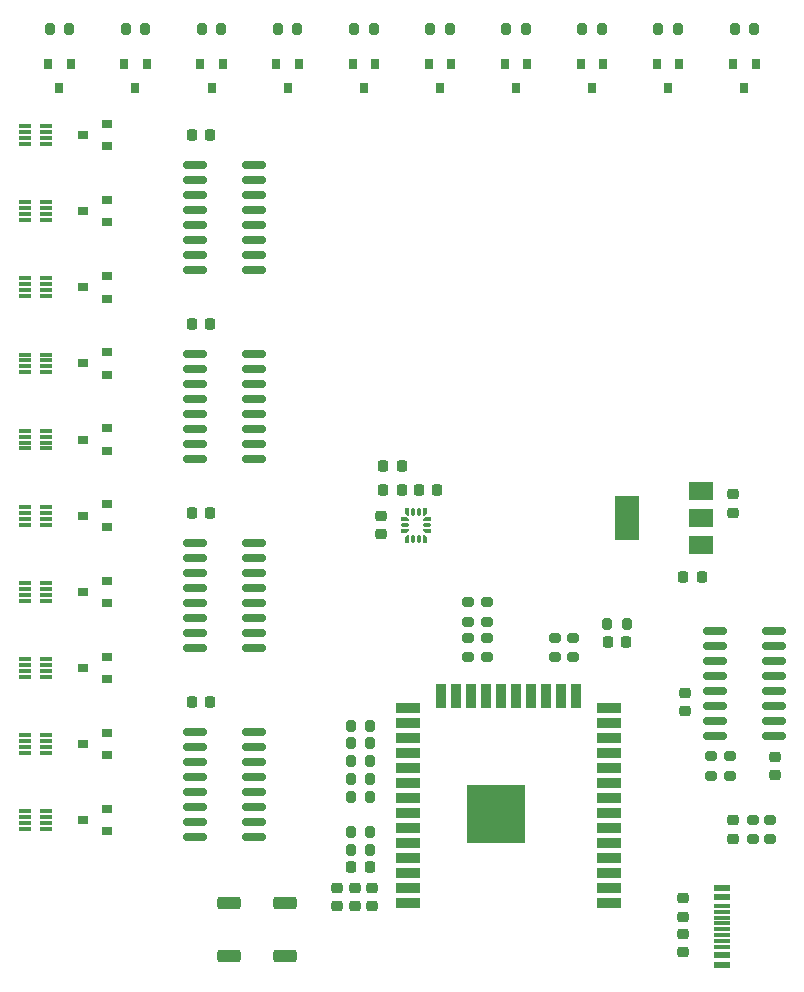
<source format=gbp>
G04 #@! TF.GenerationSoftware,KiCad,Pcbnew,(5.99.0-10847-g28909c1a72)*
G04 #@! TF.CreationDate,2021-06-06T12:58:15+02:00*
G04 #@! TF.ProjectId,LED_array,4c45445f-6172-4726-9179-2e6b69636164,1*
G04 #@! TF.SameCoordinates,Original*
G04 #@! TF.FileFunction,Paste,Bot*
G04 #@! TF.FilePolarity,Positive*
%FSLAX46Y46*%
G04 Gerber Fmt 4.6, Leading zero omitted, Abs format (unit mm)*
G04 Created by KiCad (PCBNEW (5.99.0-10847-g28909c1a72)) date 2021-06-06 12:58:15*
%MOMM*%
%LPD*%
G01*
G04 APERTURE LIST*
G04 Aperture macros list*
%AMRoundRect*
0 Rectangle with rounded corners*
0 $1 Rounding radius*
0 $2 $3 $4 $5 $6 $7 $8 $9 X,Y pos of 4 corners*
0 Add a 4 corners polygon primitive as box body*
4,1,4,$2,$3,$4,$5,$6,$7,$8,$9,$2,$3,0*
0 Add four circle primitives for the rounded corners*
1,1,$1+$1,$2,$3*
1,1,$1+$1,$4,$5*
1,1,$1+$1,$6,$7*
1,1,$1+$1,$8,$9*
0 Add four rect primitives between the rounded corners*
20,1,$1+$1,$2,$3,$4,$5,0*
20,1,$1+$1,$4,$5,$6,$7,0*
20,1,$1+$1,$6,$7,$8,$9,0*
20,1,$1+$1,$8,$9,$2,$3,0*%
%AMFreePoly0*
4,1,48,0.247242,0.198282,0.250524,0.198861,0.253410,0.197195,0.263152,0.195477,0.278079,0.182951,0.294953,0.173209,0.297267,0.166850,0.302452,0.162500,0.305836,0.143309,0.312500,0.125000,0.312500,0.081066,0.311691,0.076480,0.312214,0.074529,0.310820,0.071540,0.307977,0.055414,0.297452,0.042871,0.290533,0.028033,0.084467,-0.178033,0.080653,-0.180703,0.079643,-0.182453,
0.076543,-0.183581,0.063130,-0.192973,0.046819,-0.194400,0.031434,-0.200000,-0.237500,-0.200000,-0.247242,-0.198282,-0.250524,-0.198861,-0.253410,-0.197195,-0.263152,-0.195477,-0.278079,-0.182951,-0.294953,-0.173209,-0.297267,-0.166850,-0.302452,-0.162500,-0.305836,-0.143309,-0.312500,-0.125000,-0.312500,0.125000,-0.310782,0.134742,-0.311361,0.138024,-0.309695,0.140910,-0.307977,0.150652,
-0.295451,0.165579,-0.285709,0.182453,-0.279350,0.184767,-0.275000,0.189952,-0.255809,0.193336,-0.237500,0.200000,0.237500,0.200000,0.247242,0.198282,0.247242,0.198282,$1*%
%AMFreePoly1*
4,1,48,0.036020,0.199191,0.037970,0.199714,0.040958,0.198321,0.057086,0.195477,0.069630,0.184951,0.084467,0.178033,0.290533,-0.028033,0.293203,-0.031847,0.294953,-0.032857,0.296081,-0.035957,0.305473,-0.049370,0.306900,-0.065680,0.312500,-0.081066,0.312500,-0.125000,0.310782,-0.134742,0.311361,-0.138024,0.309695,-0.140910,0.307977,-0.150652,0.295451,-0.165579,0.285709,-0.182453,
0.279350,-0.184767,0.275000,-0.189952,0.255809,-0.193336,0.237500,-0.200000,-0.237500,-0.200000,-0.247242,-0.198282,-0.250524,-0.198861,-0.253410,-0.197195,-0.263152,-0.195477,-0.278079,-0.182951,-0.294953,-0.173209,-0.297267,-0.166850,-0.302452,-0.162500,-0.305836,-0.143309,-0.312500,-0.125000,-0.312500,0.125000,-0.310782,0.134742,-0.311361,0.138024,-0.309695,0.140910,-0.307977,0.150652,
-0.295451,0.165579,-0.285709,0.182453,-0.279350,0.184767,-0.275000,0.189952,-0.255809,0.193336,-0.237500,0.200000,0.031434,0.200000,0.036020,0.199191,0.036020,0.199191,$1*%
%AMFreePoly2*
4,1,48,0.134742,0.310782,0.138024,0.311361,0.140910,0.309695,0.150652,0.307977,0.165579,0.295451,0.182453,0.285709,0.184767,0.279350,0.189952,0.275000,0.193336,0.255809,0.200000,0.237500,0.200000,-0.237500,0.198282,-0.247242,0.198861,-0.250524,0.197195,-0.253410,0.195477,-0.263152,0.182951,-0.278079,0.173209,-0.294953,0.166850,-0.297267,0.162500,-0.302452,0.143309,-0.305836,
0.125000,-0.312500,0.081066,-0.312500,0.076480,-0.311691,0.074529,-0.312214,0.071540,-0.310820,0.055414,-0.307977,0.042871,-0.297452,0.028033,-0.290533,-0.178033,-0.084467,-0.180703,-0.080653,-0.182453,-0.079643,-0.183581,-0.076543,-0.192973,-0.063130,-0.194400,-0.046819,-0.200000,-0.031434,-0.200000,0.237500,-0.198282,0.247242,-0.198861,0.250524,-0.197195,0.253410,-0.195477,0.263152,
-0.182951,0.278079,-0.173209,0.294953,-0.166850,0.297267,-0.162500,0.302452,-0.143309,0.305836,-0.125000,0.312500,0.125000,0.312500,0.134742,0.310782,0.134742,0.310782,$1*%
%AMFreePoly3*
4,1,48,0.134742,0.310782,0.138024,0.311361,0.140910,0.309695,0.150652,0.307977,0.165579,0.295451,0.182453,0.285709,0.184767,0.279350,0.189952,0.275000,0.193336,0.255809,0.200000,0.237500,0.200000,-0.031434,0.199191,-0.036020,0.199714,-0.037971,0.198320,-0.040960,0.195477,-0.057086,0.184952,-0.069629,0.178033,-0.084467,-0.028033,-0.290533,-0.031847,-0.293203,-0.032857,-0.294953,
-0.035957,-0.296081,-0.049370,-0.305473,-0.065681,-0.306900,-0.081066,-0.312500,-0.125000,-0.312500,-0.134742,-0.310782,-0.138024,-0.311361,-0.140910,-0.309695,-0.150652,-0.307977,-0.165579,-0.295451,-0.182453,-0.285709,-0.184767,-0.279350,-0.189952,-0.275000,-0.193336,-0.255809,-0.200000,-0.237500,-0.200000,0.237500,-0.198282,0.247242,-0.198861,0.250524,-0.197195,0.253410,-0.195477,0.263152,
-0.182951,0.278079,-0.173209,0.294953,-0.166850,0.297267,-0.162500,0.302452,-0.143309,0.305836,-0.125000,0.312500,0.125000,0.312500,0.134742,0.310782,0.134742,0.310782,$1*%
%AMFreePoly4*
4,1,48,0.247242,0.198282,0.250524,0.198861,0.253410,0.197195,0.263152,0.195477,0.278079,0.182951,0.294953,0.173209,0.297267,0.166850,0.302452,0.162500,0.305836,0.143309,0.312500,0.125000,0.312500,-0.125000,0.310782,-0.134742,0.311361,-0.138024,0.309695,-0.140910,0.307977,-0.150652,0.295451,-0.165579,0.285709,-0.182453,0.279350,-0.184767,0.275000,-0.189952,0.255809,-0.193336,
0.237500,-0.200000,-0.237500,-0.200000,-0.247242,-0.198282,-0.250524,-0.198861,-0.253410,-0.197195,-0.263152,-0.195477,-0.278079,-0.182951,-0.294953,-0.173209,-0.297267,-0.166850,-0.302452,-0.162500,-0.305836,-0.143309,-0.312500,-0.125000,-0.312500,-0.081066,-0.311691,-0.076480,-0.312214,-0.074530,-0.310821,-0.071542,-0.307977,-0.055414,-0.297451,-0.042870,-0.290533,-0.028033,-0.084467,0.178033,
-0.080653,0.180703,-0.079643,0.182453,-0.076543,0.183581,-0.063130,0.192973,-0.046820,0.194400,-0.031434,0.200000,0.237500,0.200000,0.247242,0.198282,0.247242,0.198282,$1*%
%AMFreePoly5*
4,1,48,0.247242,0.198282,0.250524,0.198861,0.253410,0.197195,0.263152,0.195477,0.278079,0.182951,0.294953,0.173209,0.297267,0.166850,0.302452,0.162500,0.305836,0.143309,0.312500,0.125000,0.312500,-0.125000,0.310782,-0.134742,0.311361,-0.138024,0.309695,-0.140910,0.307977,-0.150652,0.295451,-0.165579,0.285709,-0.182453,0.279350,-0.184767,0.275000,-0.189952,0.255809,-0.193336,
0.237500,-0.200000,-0.031434,-0.200000,-0.036020,-0.199191,-0.037971,-0.199714,-0.040960,-0.198320,-0.057086,-0.195477,-0.069629,-0.184952,-0.084467,-0.178033,-0.290533,0.028033,-0.293203,0.031847,-0.294953,0.032857,-0.296081,0.035957,-0.305473,0.049370,-0.306900,0.065681,-0.312500,0.081066,-0.312500,0.125000,-0.310782,0.134742,-0.311361,0.138024,-0.309695,0.140910,-0.307977,0.150652,
-0.295451,0.165579,-0.285709,0.182453,-0.279350,0.184767,-0.275000,0.189952,-0.255809,0.193336,-0.237500,0.200000,0.237500,0.200000,0.247242,0.198282,0.247242,0.198282,$1*%
%AMFreePoly6*
4,1,48,-0.076480,0.311691,-0.074530,0.312214,-0.071542,0.310821,-0.055414,0.307977,-0.042870,0.297451,-0.028033,0.290533,0.178033,0.084467,0.180703,0.080653,0.182453,0.079643,0.183581,0.076543,0.192973,0.063130,0.194400,0.046820,0.200000,0.031434,0.200000,-0.237500,0.198282,-0.247242,0.198861,-0.250524,0.197195,-0.253410,0.195477,-0.263152,0.182951,-0.278079,0.173209,-0.294953,
0.166850,-0.297267,0.162500,-0.302452,0.143309,-0.305836,0.125000,-0.312500,-0.125000,-0.312500,-0.134742,-0.310782,-0.138024,-0.311361,-0.140910,-0.309695,-0.150652,-0.307977,-0.165579,-0.295451,-0.182453,-0.285709,-0.184767,-0.279350,-0.189952,-0.275000,-0.193336,-0.255809,-0.200000,-0.237500,-0.200000,0.237500,-0.198282,0.247242,-0.198861,0.250524,-0.197195,0.253410,-0.195477,0.263152,
-0.182951,0.278079,-0.173209,0.294953,-0.166850,0.297267,-0.162500,0.302452,-0.143309,0.305836,-0.125000,0.312500,-0.081066,0.312500,-0.076480,0.311691,-0.076480,0.311691,$1*%
%AMFreePoly7*
4,1,48,0.134742,0.310782,0.138024,0.311361,0.140910,0.309695,0.150652,0.307977,0.165579,0.295451,0.182453,0.285709,0.184767,0.279350,0.189952,0.275000,0.193336,0.255809,0.200000,0.237500,0.200000,-0.237500,0.198282,-0.247242,0.198861,-0.250524,0.197195,-0.253410,0.195477,-0.263152,0.182951,-0.278079,0.173209,-0.294953,0.166850,-0.297267,0.162500,-0.302452,0.143309,-0.305836,
0.125000,-0.312500,-0.125000,-0.312500,-0.134742,-0.310782,-0.138024,-0.311361,-0.140910,-0.309695,-0.150652,-0.307977,-0.165579,-0.295451,-0.182453,-0.285709,-0.184767,-0.279350,-0.189952,-0.275000,-0.193336,-0.255809,-0.200000,-0.237500,-0.200000,0.031434,-0.199191,0.036020,-0.199714,0.037970,-0.198321,0.040958,-0.195477,0.057086,-0.184951,0.069630,-0.178033,0.084467,0.028033,0.290533,
0.031847,0.293203,0.032857,0.294953,0.035957,0.296081,0.049370,0.305473,0.065680,0.306900,0.081066,0.312500,0.125000,0.312500,0.134742,0.310782,0.134742,0.310782,$1*%
G04 Aperture macros list end*
%ADD10RoundRect,0.200000X0.200000X0.275000X-0.200000X0.275000X-0.200000X-0.275000X0.200000X-0.275000X0*%
%ADD11RoundRect,0.200000X0.275000X-0.200000X0.275000X0.200000X-0.275000X0.200000X-0.275000X-0.200000X0*%
%ADD12R,1.000000X0.300000*%
%ADD13RoundRect,0.225000X0.225000X0.250000X-0.225000X0.250000X-0.225000X-0.250000X0.225000X-0.250000X0*%
%ADD14RoundRect,0.150000X0.850000X0.150000X-0.850000X0.150000X-0.850000X-0.150000X0.850000X-0.150000X0*%
%ADD15FreePoly0,90.000000*%
%ADD16RoundRect,0.100000X0.100000X-0.212500X0.100000X0.212500X-0.100000X0.212500X-0.100000X-0.212500X0*%
%ADD17FreePoly1,90.000000*%
%ADD18FreePoly2,90.000000*%
%ADD19RoundRect,0.100000X0.212500X-0.100000X0.212500X0.100000X-0.212500X0.100000X-0.212500X-0.100000X0*%
%ADD20FreePoly3,90.000000*%
%ADD21FreePoly4,90.000000*%
%ADD22FreePoly5,90.000000*%
%ADD23FreePoly6,90.000000*%
%ADD24FreePoly7,90.000000*%
%ADD25RoundRect,0.200000X-0.275000X0.200000X-0.275000X-0.200000X0.275000X-0.200000X0.275000X0.200000X0*%
%ADD26R,0.900000X0.800000*%
%ADD27RoundRect,0.225000X-0.250000X0.225000X-0.250000X-0.225000X0.250000X-0.225000X0.250000X0.225000X0*%
%ADD28RoundRect,0.225000X0.250000X-0.225000X0.250000X0.225000X-0.250000X0.225000X-0.250000X-0.225000X0*%
%ADD29RoundRect,0.225000X-0.225000X-0.250000X0.225000X-0.250000X0.225000X0.250000X-0.225000X0.250000X0*%
%ADD30R,0.800000X0.900000*%
%ADD31RoundRect,0.218750X0.256250X-0.218750X0.256250X0.218750X-0.256250X0.218750X-0.256250X-0.218750X0*%
%ADD32RoundRect,0.262500X0.737500X-0.262500X0.737500X0.262500X-0.737500X0.262500X-0.737500X-0.262500X0*%
%ADD33RoundRect,0.150000X-0.825000X-0.150000X0.825000X-0.150000X0.825000X0.150000X-0.825000X0.150000X0*%
%ADD34RoundRect,0.200000X-0.200000X-0.275000X0.200000X-0.275000X0.200000X0.275000X-0.200000X0.275000X0*%
%ADD35R,1.450000X0.600000*%
%ADD36R,1.450000X0.300000*%
%ADD37R,2.000000X3.800000*%
%ADD38R,2.000000X1.500000*%
%ADD39R,5.000000X5.000000*%
%ADD40R,2.000000X0.900000*%
%ADD41R,0.900000X2.000000*%
G04 APERTURE END LIST*
D10*
X113269444Y-47000000D03*
X111619444Y-47000000D03*
D11*
X149500000Y-100225000D03*
X149500000Y-98575000D03*
D12*
X104900000Y-68138888D03*
X104900000Y-68638888D03*
X104900000Y-69138888D03*
X104900000Y-69638888D03*
X103100000Y-69638888D03*
X103100000Y-69138888D03*
X103100000Y-68638888D03*
X103100000Y-68138888D03*
D13*
X134987500Y-84037500D03*
X133437500Y-84037500D03*
D10*
X119713888Y-47000000D03*
X118063888Y-47000000D03*
D11*
X140600000Y-100200000D03*
X140600000Y-98550000D03*
D14*
X122500000Y-106555000D03*
X122500000Y-107825000D03*
X122500000Y-109095000D03*
X122500000Y-110365000D03*
X122500000Y-111635000D03*
X122500000Y-112905000D03*
X122500000Y-114175000D03*
X122500000Y-115445000D03*
X117500000Y-115445000D03*
X117500000Y-114175000D03*
X117500000Y-112905000D03*
X117500000Y-111635000D03*
X117500000Y-110365000D03*
X117500000Y-109095000D03*
X117500000Y-107825000D03*
X117500000Y-106555000D03*
D15*
X136962500Y-90200000D03*
D16*
X136462500Y-90200000D03*
X135962500Y-90200000D03*
D17*
X135462500Y-90200000D03*
D18*
X135300000Y-89537500D03*
D19*
X135300000Y-89037500D03*
D20*
X135300000Y-88537500D03*
D21*
X135462500Y-87875000D03*
D16*
X135962500Y-87875000D03*
X136462500Y-87875000D03*
D22*
X136962500Y-87875000D03*
D23*
X137125000Y-88537500D03*
D19*
X137125000Y-89037500D03*
D24*
X137125000Y-89537500D03*
D12*
X104900000Y-113250000D03*
X104900000Y-113750000D03*
X104900000Y-114250000D03*
X104900000Y-114750000D03*
X103100000Y-114750000D03*
X103100000Y-114250000D03*
X103100000Y-113750000D03*
X103100000Y-113250000D03*
D25*
X162800000Y-108575000D03*
X162800000Y-110225000D03*
D13*
X160375000Y-93400000D03*
X158825000Y-93400000D03*
D10*
X132602776Y-47000000D03*
X130952776Y-47000000D03*
D26*
X110000000Y-55050000D03*
X110000000Y-56950000D03*
X108000000Y-56000000D03*
D27*
X131000000Y-119725000D03*
X131000000Y-121275000D03*
D28*
X163000000Y-87975000D03*
X163000000Y-86425000D03*
D29*
X152425000Y-98900000D03*
X153975000Y-98900000D03*
D10*
X139047220Y-47000000D03*
X137397220Y-47000000D03*
D30*
X143716664Y-50000000D03*
X145616664Y-50000000D03*
X144666664Y-52000000D03*
D12*
X104900000Y-55250000D03*
X104900000Y-55750000D03*
X104900000Y-56250000D03*
X104900000Y-56750000D03*
X103100000Y-56750000D03*
X103100000Y-56250000D03*
X103100000Y-55750000D03*
X103100000Y-55250000D03*
D29*
X136437500Y-86037500D03*
X137987500Y-86037500D03*
D14*
X122500000Y-58555000D03*
X122500000Y-59825000D03*
X122500000Y-61095000D03*
X122500000Y-62365000D03*
X122500000Y-63635000D03*
X122500000Y-64905000D03*
X122500000Y-66175000D03*
X122500000Y-67445000D03*
X117500000Y-67445000D03*
X117500000Y-66175000D03*
X117500000Y-64905000D03*
X117500000Y-63635000D03*
X117500000Y-62365000D03*
X117500000Y-61095000D03*
X117500000Y-59825000D03*
X117500000Y-58555000D03*
D11*
X166200000Y-115625000D03*
X166200000Y-113975000D03*
D26*
X110000000Y-61494444D03*
X110000000Y-63394444D03*
X108000000Y-62444444D03*
D10*
X126158332Y-47000000D03*
X124508332Y-47000000D03*
D30*
X117938888Y-50000000D03*
X119838888Y-50000000D03*
X118888888Y-52000000D03*
D12*
X104900000Y-100361108D03*
X104900000Y-100861108D03*
X104900000Y-101361108D03*
X104900000Y-101861108D03*
X103100000Y-101861108D03*
X103100000Y-101361108D03*
X103100000Y-100861108D03*
X103100000Y-100361108D03*
D10*
X132325000Y-112000000D03*
X130675000Y-112000000D03*
X154025000Y-97400000D03*
X152375000Y-97400000D03*
D30*
X124383332Y-50000000D03*
X126283332Y-50000000D03*
X125333332Y-52000000D03*
D27*
X158775000Y-120625000D03*
X158775000Y-122175000D03*
D30*
X163050000Y-50000000D03*
X164950000Y-50000000D03*
X164000000Y-52000000D03*
D25*
X161200000Y-108575000D03*
X161200000Y-110225000D03*
D31*
X163000000Y-115587500D03*
X163000000Y-114012500D03*
D12*
X104900000Y-74583332D03*
X104900000Y-75083332D03*
X104900000Y-75583332D03*
X104900000Y-76083332D03*
X103100000Y-76083332D03*
X103100000Y-75583332D03*
X103100000Y-75083332D03*
X103100000Y-74583332D03*
D10*
X158380552Y-47000000D03*
X156730552Y-47000000D03*
D12*
X104900000Y-61694444D03*
X104900000Y-62194444D03*
X104900000Y-62694444D03*
X104900000Y-63194444D03*
X103100000Y-63194444D03*
X103100000Y-62694444D03*
X103100000Y-62194444D03*
X103100000Y-61694444D03*
D10*
X145491664Y-47000000D03*
X143841664Y-47000000D03*
D30*
X150161108Y-50000000D03*
X152061108Y-50000000D03*
X151111108Y-52000000D03*
D26*
X110000000Y-87272220D03*
X110000000Y-89172220D03*
X108000000Y-88222220D03*
D32*
X120387500Y-125475000D03*
X120387500Y-121025000D03*
D33*
X161525000Y-106845000D03*
X161525000Y-105575000D03*
X161525000Y-104305000D03*
X161525000Y-103035000D03*
X161525000Y-101765000D03*
X161525000Y-100495000D03*
X161525000Y-99225000D03*
X161525000Y-97955000D03*
X166475000Y-97955000D03*
X166475000Y-99225000D03*
X166475000Y-100495000D03*
X166475000Y-101765000D03*
X166475000Y-103035000D03*
X166475000Y-104305000D03*
X166475000Y-105575000D03*
X166475000Y-106845000D03*
D27*
X132500000Y-119725000D03*
X132500000Y-121275000D03*
D30*
X105050000Y-50000000D03*
X106950000Y-50000000D03*
X106000000Y-52000000D03*
D29*
X117225000Y-88000000D03*
X118775000Y-88000000D03*
D13*
X132275000Y-118000000D03*
X130725000Y-118000000D03*
D10*
X132325000Y-107500000D03*
X130675000Y-107500000D03*
D11*
X164700000Y-115625000D03*
X164700000Y-113975000D03*
D10*
X132325000Y-115000000D03*
X130675000Y-115000000D03*
D32*
X125137500Y-125475000D03*
X125137500Y-121025000D03*
D25*
X142200000Y-95550000D03*
X142200000Y-97200000D03*
D30*
X137272220Y-50000000D03*
X139172220Y-50000000D03*
X138222220Y-52000000D03*
D10*
X164825000Y-47000000D03*
X163175000Y-47000000D03*
D12*
X104900000Y-93916664D03*
X104900000Y-94416664D03*
X104900000Y-94916664D03*
X104900000Y-95416664D03*
X103100000Y-95416664D03*
X103100000Y-94916664D03*
X103100000Y-94416664D03*
X103100000Y-93916664D03*
D30*
X130827776Y-50000000D03*
X132727776Y-50000000D03*
X131777776Y-52000000D03*
D28*
X158775000Y-125175000D03*
X158775000Y-123625000D03*
D11*
X142200000Y-100200000D03*
X142200000Y-98550000D03*
X148000000Y-100225000D03*
X148000000Y-98575000D03*
D27*
X166600000Y-108625000D03*
X166600000Y-110175000D03*
D29*
X117225000Y-104000000D03*
X118775000Y-104000000D03*
D26*
X110000000Y-113050000D03*
X110000000Y-114950000D03*
X108000000Y-114000000D03*
D10*
X132325000Y-106000000D03*
X130675000Y-106000000D03*
D14*
X122500000Y-90555000D03*
X122500000Y-91825000D03*
X122500000Y-93095000D03*
X122500000Y-94365000D03*
X122500000Y-95635000D03*
X122500000Y-96905000D03*
X122500000Y-98175000D03*
X122500000Y-99445000D03*
X117500000Y-99445000D03*
X117500000Y-98175000D03*
X117500000Y-96905000D03*
X117500000Y-95635000D03*
X117500000Y-94365000D03*
X117500000Y-93095000D03*
X117500000Y-91825000D03*
X117500000Y-90555000D03*
D34*
X130675000Y-116500000D03*
X132325000Y-116500000D03*
D30*
X156605552Y-50000000D03*
X158505552Y-50000000D03*
X157555552Y-52000000D03*
D12*
X104900000Y-106805552D03*
X104900000Y-107305552D03*
X104900000Y-107805552D03*
X104900000Y-108305552D03*
X103100000Y-108305552D03*
X103100000Y-107805552D03*
X103100000Y-107305552D03*
X103100000Y-106805552D03*
D25*
X140600000Y-95550000D03*
X140600000Y-97200000D03*
D29*
X117225000Y-56000000D03*
X118775000Y-56000000D03*
D28*
X133212500Y-89812500D03*
X133212500Y-88262500D03*
D13*
X134987500Y-86037500D03*
X133437500Y-86037500D03*
D26*
X110000000Y-74383332D03*
X110000000Y-76283332D03*
X108000000Y-75333332D03*
D14*
X122500000Y-74555000D03*
X122500000Y-75825000D03*
X122500000Y-77095000D03*
X122500000Y-78365000D03*
X122500000Y-79635000D03*
X122500000Y-80905000D03*
X122500000Y-82175000D03*
X122500000Y-83445000D03*
X117500000Y-83445000D03*
X117500000Y-82175000D03*
X117500000Y-80905000D03*
X117500000Y-79635000D03*
X117500000Y-78365000D03*
X117500000Y-77095000D03*
X117500000Y-75825000D03*
X117500000Y-74555000D03*
D10*
X132325000Y-109000000D03*
X130675000Y-109000000D03*
D26*
X110000000Y-80827776D03*
X110000000Y-82727776D03*
X108000000Y-81777776D03*
D12*
X104900000Y-81027776D03*
X104900000Y-81527776D03*
X104900000Y-82027776D03*
X104900000Y-82527776D03*
X103100000Y-82527776D03*
X103100000Y-82027776D03*
X103100000Y-81527776D03*
X103100000Y-81027776D03*
D27*
X159000000Y-103225000D03*
X159000000Y-104775000D03*
D10*
X151936108Y-47000000D03*
X150286108Y-47000000D03*
D35*
X162105000Y-120550000D03*
X162105000Y-119750000D03*
D36*
X162105000Y-121750000D03*
X162105000Y-122750000D03*
X162105000Y-123250000D03*
X162105000Y-124250000D03*
D35*
X162105000Y-125450000D03*
X162105000Y-126250000D03*
D36*
X162105000Y-124750000D03*
X162105000Y-123750000D03*
X162105000Y-122250000D03*
X162105000Y-121250000D03*
D26*
X110000000Y-67938888D03*
X110000000Y-69838888D03*
X108000000Y-68888888D03*
D29*
X117225000Y-72000000D03*
X118775000Y-72000000D03*
D10*
X132325000Y-110500000D03*
X130675000Y-110500000D03*
X106825000Y-47000000D03*
X105175000Y-47000000D03*
D26*
X110000000Y-93716664D03*
X110000000Y-95616664D03*
X108000000Y-94666664D03*
D27*
X129500000Y-119725000D03*
X129500000Y-121275000D03*
D26*
X110000000Y-106605552D03*
X110000000Y-108505552D03*
X108000000Y-107555552D03*
D37*
X154050000Y-88400000D03*
D38*
X160350000Y-88400000D03*
X160350000Y-90700000D03*
X160350000Y-86100000D03*
D26*
X110000000Y-100161108D03*
X110000000Y-102061108D03*
X108000000Y-101111108D03*
D39*
X143000000Y-113505000D03*
D40*
X135500000Y-121005000D03*
X135500000Y-119735000D03*
X135500000Y-118465000D03*
X135500000Y-117195000D03*
X135500000Y-115925000D03*
X135500000Y-114655000D03*
X135500000Y-113385000D03*
X135500000Y-112115000D03*
X135500000Y-110845000D03*
X135500000Y-109575000D03*
X135500000Y-108305000D03*
X135500000Y-107035000D03*
X135500000Y-105765000D03*
X135500000Y-104495000D03*
D41*
X138285000Y-103495000D03*
X139555000Y-103495000D03*
X140825000Y-103495000D03*
X142095000Y-103495000D03*
X143365000Y-103495000D03*
X144635000Y-103495000D03*
X145905000Y-103495000D03*
X147175000Y-103495000D03*
X148445000Y-103495000D03*
X149715000Y-103495000D03*
D40*
X152500000Y-104495000D03*
X152500000Y-105765000D03*
X152500000Y-107035000D03*
X152500000Y-108305000D03*
X152500000Y-109575000D03*
X152500000Y-110845000D03*
X152500000Y-112115000D03*
X152500000Y-113385000D03*
X152500000Y-114655000D03*
X152500000Y-115925000D03*
X152500000Y-117195000D03*
X152500000Y-118465000D03*
X152500000Y-119735000D03*
X152500000Y-121005000D03*
D12*
X104900000Y-87472220D03*
X104900000Y-87972220D03*
X104900000Y-88472220D03*
X104900000Y-88972220D03*
X103100000Y-88972220D03*
X103100000Y-88472220D03*
X103100000Y-87972220D03*
X103100000Y-87472220D03*
D30*
X111494444Y-50000000D03*
X113394444Y-50000000D03*
X112444444Y-52000000D03*
M02*

</source>
